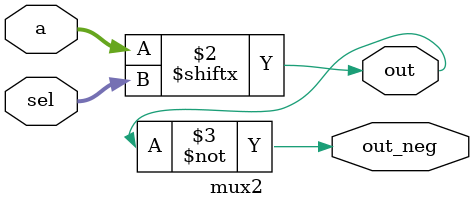
<source format=v>
`timescale 1ns / 1ps

module mux2 #(parameter WLOG = 5) (a, sel, out, out_neg);
	
	//procedural block and continuous assignment
	//parameter WLOG = 6;
	//parameter WGLOBAL = (2 << WLOG);

	input [(1<<WLOG)-1:0] a;
	input [WLOG-1:0] sel;
	output reg out;
	output wire out_neg;
	
	always@(*)	begin
		out = a[sel];
	end

	assign out_neg=~out;


endmodule
			


</source>
